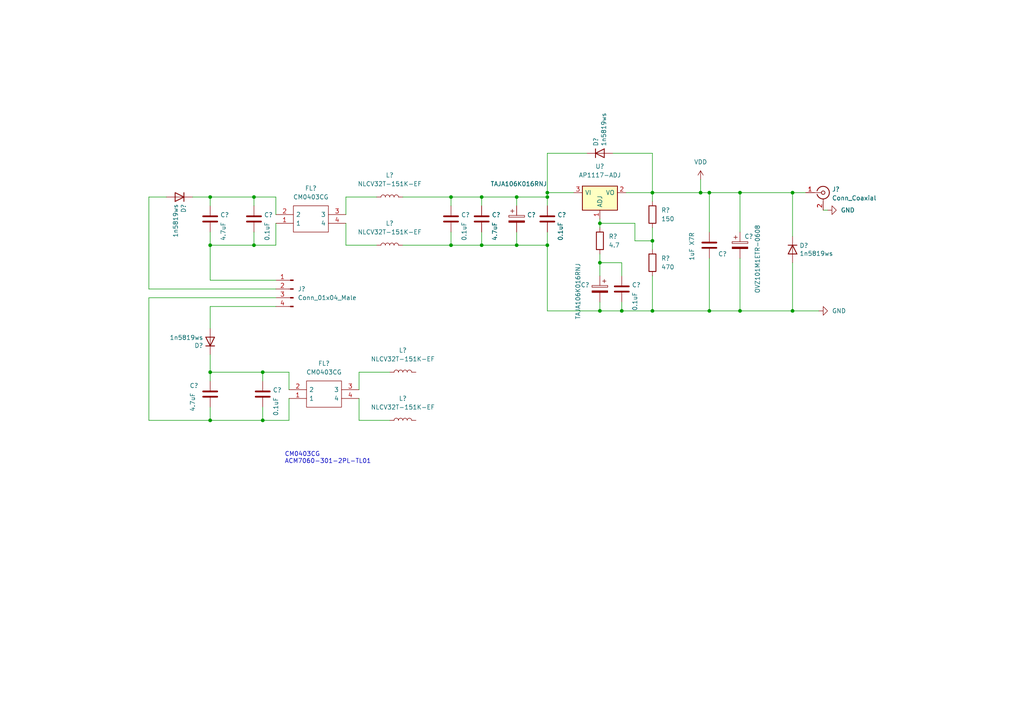
<source format=kicad_sch>
(kicad_sch (version 20211123) (generator eeschema)
  (paper "A4")
  (lib_symbols
    (symbol "Connector:Conn_01x04_Male" (pin_names (offset 1.016) hide)
      (property "Reference" "J" (at 0 5.08 0))
      (property "Value" "Conn_01x04_Male" (at 0 -7.62 0))
      (symbol "Conn_01x04_Male_1_1"
        (polyline (pts (xy 1.27 -5.08) (xy 0.8636 -5.08)) (stroke (width 0.1524)))
        (polyline (pts (xy 1.27 -2.54) (xy 0.8636 -2.54)) (stroke (width 0.1524)))
        (polyline (pts (xy 1.27 0) (xy 0.8636 0)) (stroke (width 0.1524)))
        (polyline (pts (xy 1.27 2.54) (xy 0.8636 2.54)) (stroke (width 0.1524)))
        (rectangle (start 0.8636 -4.953) (end 0 -5.207) (stroke (width 0.1524)) (fill (type outline)))
        (rectangle (start 0.8636 -2.413) (end 0 -2.667) (stroke (width 0.1524)) (fill (type outline)))
        (rectangle (start 0.8636 0.127) (end 0 -0.127) (stroke (width 0.1524)) (fill (type outline)))
        (rectangle (start 0.8636 2.667) (end 0 2.413) (stroke (width 0.1524)) (fill (type outline)))
        (pin passive line (at 5.08 2.54 180) (length 3.81) (name "Pin_1") (number "1"))
        (pin passive line (at 5.08 0 180) (length 3.81) (name "Pin_2") (number "2"))
        (pin passive line (at 5.08 -2.54 180) (length 3.81) (name "Pin_3") (number "3"))
        (pin passive line (at 5.08 -5.08 180) (length 3.81) (name "Pin_4") (number "4"))
      )
    )
    (symbol "Connector:Conn_Coaxial" (pin_names (offset 1.016) hide)
      (property "Reference" "J" (at 0.254 3.048 0))
      (property "Value" "Conn_Coaxial" (at 2.921 0 90))
      (symbol "Conn_Coaxial_0_1"
        (arc (start -1.778 -0.508) (mid 0.2311 -1.8066) (end 1.778 0) (stroke (width 0.254)))
        (polyline (pts (xy -2.54 0) (xy -0.508 0)))
        (polyline (pts (xy 0 -2.54) (xy 0 -1.778)))
        (circle (center 0 0) (radius 0.508) (stroke (width 0.2032)))
        (arc (start 1.778 0) (mid 0.2099 1.8101) (end -1.778 0.508) (stroke (width 0.254)))
      )
      (symbol "Conn_Coaxial_1_1"
        (pin passive line (at -5.08 0 0) (length 2.54) (name "In") (number "1"))
        (pin passive line (at 0 -5.08 90) (length 2.54) (name "Ext") (number "2"))
      )
    )
    (symbol "Device:C" (pin_numbers hide) (pin_names (offset 0.254))
      (property "Reference" "C" (at 0.635 2.54 0))
      (property "Value" "C" (at 0.635 -2.54 0))
      (symbol "C_0_1"
        (polyline (pts (xy -2.032 -0.762) (xy 2.032 -0.762)) (stroke (width 0.508)))
        (polyline (pts (xy -2.032 0.762) (xy 2.032 0.762)) (stroke (width 0.508)))
      )
      (symbol "C_1_1"
        (pin passive line (at 0 3.81 270) (length 2.794) (name "~") (number "1"))
        (pin passive line (at 0 -3.81 90) (length 2.794) (name "~") (number "2"))
      )
    )
    (symbol "Device:CP" (pin_numbers hide) (pin_names (offset 0.254))
      (property "Reference" "C" (at 0.635 2.54 0))
      (property "Value" "Device_CP" (at 0.635 -2.54 0))
      (symbol "CP_0_1"
        (rectangle (start -2.286 0.508) (end 2.286 1.016))
        (polyline (pts (xy -1.778 2.286) (xy -0.762 2.286)))
        (polyline (pts (xy -1.27 2.794) (xy -1.27 1.778)))
        (rectangle (start 2.286 -0.508) (end -2.286 -1.016) (fill (type outline)))
      )
      (symbol "CP_1_1"
        (pin passive line (at 0 3.81 270) (length 2.794) (name "~") (number "1"))
        (pin passive line (at 0 -3.81 90) (length 2.794) (name "~") (number "2"))
      )
    )
    (symbol "Device:D" (pin_numbers hide) (pin_names (offset 1.016) hide)
      (property "Reference" "D" (at 0 2.54 0))
      (property "Value" "D" (at 0 -2.54 0))
      (symbol "D_0_1"
        (polyline (pts (xy -1.27 1.27) (xy -1.27 -1.27)) (stroke (width 0.254)))
        (polyline (pts (xy 1.27 0) (xy -1.27 0)))
        (polyline (pts (xy 1.27 1.27) (xy 1.27 -1.27) (xy -1.27 0) (xy 1.27 1.27)) (stroke (width 0.254)))
      )
      (symbol "D_1_1"
        (pin passive line (at -3.81 0 0) (length 2.54) (name "K") (number "1"))
        (pin passive line (at 3.81 0 180) (length 2.54) (name "A") (number "2"))
      )
    )
    (symbol "Device:L" (pin_numbers hide) (pin_names (offset 1.016) hide)
      (property "Reference" "L" (at -1.27 0 90))
      (property "Value" "L" (at 1.905 0 90))
      (symbol "L_0_1"
        (arc (start 0 -2.54) (mid 0.635 -1.905) (end 0 -1.27))
        (arc (start 0 -1.27) (mid 0.635 -0.635) (end 0 0))
        (arc (start 0 0) (mid 0.635 0.635) (end 0 1.27))
        (arc (start 0 1.27) (mid 0.635 1.905) (end 0 2.54))
      )
      (symbol "L_1_1"
        (pin passive line (at 0 3.81 270) (length 1.27) (name "1") (number "1"))
        (pin passive line (at 0 -3.81 90) (length 1.27) (name "2") (number "2"))
      )
    )
    (symbol "Device:R" (pin_numbers hide) (pin_names (offset 0))
      (property "Reference" "R" (at 2.032 0 90))
      (property "Value" "R" (at 0 0 90))
      (symbol "R_0_1"
        (rectangle (start -1.016 -2.54) (end 1.016 2.54) (stroke (width 0.254)))
      )
      (symbol "R_1_1"
        (pin passive line (at 0 3.81 270) (length 1.27) (name "~") (number "1"))
        (pin passive line (at 0 -3.81 90) (length 1.27) (name "~") (number "2"))
      )
    )
    (symbol "Regulator_Linear:AP1117-ADJ" (pin_names (offset 0.762))
      (property "Reference" "U" (at -3.81 3.175 0))
      (property "Value" "AP1117-ADJ" (at 0 3.175 0))
      (symbol "AP1117-ADJ_0_1"
        (rectangle (start -5.08 -5.08) (end 5.08 1.905) (stroke (width 0.254)) (fill (type background)))
      )
      (symbol "AP1117-ADJ_1_1"
        (pin input line (at 0 -7.62 90) (length 2.54) (name "ADJ") (number "1"))
        (pin power_out line (at 7.62 0 180) (length 2.54) (name "VO") (number "2"))
        (pin power_in line (at -7.62 0 0) (length 2.54) (name "VI") (number "3"))
      )
    )
    (symbol "SamacSys_Parts:ACM7060-301-2PL-TL01" (pin_names (offset 0.762))
      (property "Reference" "FL" (at 16.51 7.62 0))
      (property "Value" "ACM7060-301-2PL-TL01" (at 16.51 5.08 0))
      (symbol "ACM7060-301-2PL-TL01_0_0"
        (pin passive line (at 0 0 0) (length 5.08) (name "1") (number "1"))
        (pin passive line (at 0 -2.54 0) (length 5.08) (name "2") (number "2"))
        (pin passive line (at 20.32 -2.54 180) (length 5.08) (name "3") (number "3"))
        (pin passive line (at 20.32 0 180) (length 5.08) (name "4") (number "4"))
      )
      (symbol "ACM7060-301-2PL-TL01_0_1"
        (polyline (pts (xy 5.08 2.54) (xy 15.24 2.54) (xy 15.24 -5.08) (xy 5.08 -5.08) (xy 5.08 2.54)) (stroke (width 0.1524)))
      )
    )
    (symbol "power:GND" (power) (pin_names (offset 0))
      (property "Value" "GND" (at 0 -3.81 0))
      (symbol "GND_0_1"
        (polyline (pts (xy 0 0) (xy 0 -1.27) (xy 1.27 -1.27) (xy 0 -2.54) (xy -1.27 -1.27) (xy 0 -1.27)))
      )
      (symbol "GND_1_1"
        (pin power_in line (at 0 0 270) (length 0) hide (name "GND") (number "1"))
      )
    )
    (symbol "power:VDD" (power) (pin_names (offset 0))
      (property "Value" "VDD" (at 0 3.81 0))
      (symbol "VDD_0_1"
        (polyline (pts (xy -0.762 1.27) (xy 0 2.54)))
        (polyline (pts (xy 0 0) (xy 0 2.54)))
        (polyline (pts (xy 0 2.54) (xy 0.762 1.27)))
      )
      (symbol "VDD_1_1"
        (pin power_in line (at 0 0 90) (length 0) hide (name "VDD") (number "1"))
      )
    )
  )
  (junction (at 158.75 71.12))
  (junction (at 60.96 121.92))
  (junction (at 180.34 90.17))
  (junction (at 189.23 55.88))
  (junction (at 60.96 57.15))
  (junction (at 73.66 71.12))
  (junction (at 229.87 90.17))
  (junction (at 158.75 55.88))
  (junction (at 60.96 71.12))
  (junction (at 214.63 90.17))
  (junction (at 205.74 90.17))
  (junction (at 173.99 76.2))
  (junction (at 229.87 55.88))
  (junction (at 130.81 57.15))
  (junction (at 173.99 90.17))
  (junction (at 130.81 71.12))
  (junction (at 173.99 64.77))
  (junction (at 73.66 57.15))
  (junction (at 189.23 90.17))
  (junction (at 60.96 107.95))
  (junction (at 158.75 57.15))
  (junction (at 205.74 55.88))
  (junction (at 189.23 69.85))
  (junction (at 149.86 71.12))
  (junction (at 214.63 55.88))
  (junction (at 203.2 55.88))
  (junction (at 139.7 57.15))
  (junction (at 139.7 71.12))
  (junction (at 149.86 57.15))
  (junction (at 76.2 107.95))
  (junction (at 76.2 121.92))
  (wire (pts (xy 80.01 64.77) (xy 80.01 71.12)))
  (wire (pts (xy 180.34 76.2) (xy 173.99 76.2)))
  (wire (pts (xy 60.96 107.95) (xy 76.2 107.95)))
  (wire (pts (xy 203.2 55.88) (xy 205.74 55.88)))
  (wire (pts (xy 184.15 64.77) (xy 184.15 69.85)))
  (wire (pts (xy 214.63 90.17) (xy 229.87 90.17)))
  (wire (pts (xy 237.49 90.17) (xy 229.87 90.17)))
  (wire (pts (xy 233.68 55.88) (xy 229.87 55.88)))
  (wire (pts (xy 177.8 44.45) (xy 189.23 44.45)))
  (wire (pts (xy 229.87 55.88) (xy 229.87 68.58)))
  (wire (pts (xy 104.14 121.92) (xy 113.03 121.92)))
  (wire (pts (xy 60.96 81.28) (xy 80.01 81.28)))
  (wire (pts (xy 189.23 44.45) (xy 189.23 55.88)))
  (wire (pts (xy 173.99 87.63) (xy 173.99 90.17)))
  (wire (pts (xy 60.96 57.15) (xy 73.66 57.15)))
  (wire (pts (xy 214.63 74.93) (xy 214.63 90.17)))
  (wire (pts (xy 180.34 80.01) (xy 180.34 76.2)))
  (wire (pts (xy 116.84 57.15) (xy 130.81 57.15)))
  (wire (pts (xy 189.23 69.85) (xy 189.23 66.04)))
  (wire (pts (xy 60.96 88.9) (xy 60.96 95.25)))
  (wire (pts (xy 130.81 57.15) (xy 139.7 57.15)))
  (wire (pts (xy 205.74 90.17) (xy 189.23 90.17)))
  (wire (pts (xy 158.75 90.17) (xy 173.99 90.17)))
  (wire (pts (xy 158.75 67.31) (xy 158.75 71.12)))
  (wire (pts (xy 80.01 57.15) (xy 80.01 62.23)))
  (wire (pts (xy 60.96 88.9) (xy 80.01 88.9)))
  (wire (pts (xy 158.75 55.88) (xy 166.37 55.88)))
  (wire (pts (xy 73.66 59.69) (xy 73.66 57.15)))
  (wire (pts (xy 184.15 69.85) (xy 189.23 69.85)))
  (wire (pts (xy 130.81 71.12) (xy 139.7 71.12)))
  (wire (pts (xy 104.14 107.95) (xy 113.03 107.95)))
  (wire (pts (xy 189.23 80.01) (xy 189.23 90.17)))
  (wire (pts (xy 139.7 71.12) (xy 149.86 71.12)))
  (wire (pts (xy 76.2 107.95) (xy 83.82 107.95)))
  (wire (pts (xy 43.18 86.36) (xy 80.01 86.36)))
  (wire (pts (xy 189.23 55.88) (xy 203.2 55.88)))
  (wire (pts (xy 130.81 67.31) (xy 130.81 71.12)))
  (wire (pts (xy 149.86 67.31) (xy 149.86 71.12)))
  (wire (pts (xy 149.86 59.69) (xy 149.86 57.15)))
  (wire (pts (xy 43.18 86.36) (xy 43.18 121.92)))
  (wire (pts (xy 43.18 83.82) (xy 80.01 83.82)))
  (wire (pts (xy 76.2 110.49) (xy 76.2 107.95)))
  (wire (pts (xy 116.84 71.12) (xy 130.81 71.12)))
  (wire (pts (xy 60.96 118.11) (xy 60.96 121.92)))
  (wire (pts (xy 60.96 57.15) (xy 60.96 59.69)))
  (wire (pts (xy 139.7 59.69) (xy 139.7 57.15)))
  (wire (pts (xy 149.86 71.12) (xy 158.75 71.12)))
  (wire (pts (xy 229.87 76.2) (xy 229.87 90.17)))
  (wire (pts (xy 104.14 113.03) (xy 104.14 107.95)))
  (wire (pts (xy 181.61 55.88) (xy 189.23 55.88)))
  (wire (pts (xy 203.2 52.07) (xy 203.2 55.88)))
  (wire (pts (xy 60.96 67.31) (xy 60.96 71.12)))
  (wire (pts (xy 73.66 71.12) (xy 80.01 71.12)))
  (wire (pts (xy 100.33 57.15) (xy 109.22 57.15)))
  (wire (pts (xy 189.23 58.42) (xy 189.23 55.88)))
  (wire (pts (xy 205.74 74.93) (xy 205.74 90.17)))
  (wire (pts (xy 43.18 121.92) (xy 60.96 121.92)))
  (wire (pts (xy 173.99 73.66) (xy 173.99 76.2)))
  (wire (pts (xy 158.75 71.12) (xy 158.75 90.17)))
  (wire (pts (xy 214.63 55.88) (xy 229.87 55.88)))
  (wire (pts (xy 73.66 67.31) (xy 73.66 71.12)))
  (wire (pts (xy 173.99 63.5) (xy 173.99 64.77)))
  (wire (pts (xy 173.99 64.77) (xy 184.15 64.77)))
  (wire (pts (xy 214.63 67.31) (xy 214.63 55.88)))
  (wire (pts (xy 205.74 67.31) (xy 205.74 55.88)))
  (wire (pts (xy 83.82 113.03) (xy 83.82 107.95)))
  (wire (pts (xy 130.81 57.15) (xy 130.81 59.69)))
  (wire (pts (xy 139.7 57.15) (xy 149.86 57.15)))
  (wire (pts (xy 60.96 71.12) (xy 60.96 81.28)))
  (wire (pts (xy 173.99 64.77) (xy 173.99 66.04)))
  (wire (pts (xy 73.66 57.15) (xy 80.01 57.15)))
  (wire (pts (xy 205.74 55.88) (xy 214.63 55.88)))
  (wire (pts (xy 76.2 118.11) (xy 76.2 121.92)))
  (wire (pts (xy 173.99 90.17) (xy 180.34 90.17)))
  (wire (pts (xy 205.74 90.17) (xy 214.63 90.17)))
  (wire (pts (xy 60.96 107.95) (xy 60.96 110.49)))
  (wire (pts (xy 76.2 121.92) (xy 83.82 121.92)))
  (wire (pts (xy 189.23 90.17) (xy 180.34 90.17)))
  (wire (pts (xy 240.03 60.96) (xy 238.76 60.96)))
  (wire (pts (xy 158.75 55.88) (xy 158.75 57.15)))
  (wire (pts (xy 60.96 121.92) (xy 76.2 121.92)))
  (wire (pts (xy 170.18 44.45) (xy 158.75 44.45)))
  (wire (pts (xy 180.34 87.63) (xy 180.34 90.17)))
  (wire (pts (xy 100.33 64.77) (xy 100.33 71.12)))
  (wire (pts (xy 55.88 57.15) (xy 60.96 57.15)))
  (wire (pts (xy 43.18 57.15) (xy 43.18 83.82)))
  (wire (pts (xy 158.75 44.45) (xy 158.75 55.88)))
  (wire (pts (xy 100.33 62.23) (xy 100.33 57.15)))
  (wire (pts (xy 100.33 71.12) (xy 109.22 71.12)))
  (wire (pts (xy 139.7 67.31) (xy 139.7 71.12)))
  (wire (pts (xy 43.18 57.15) (xy 48.26 57.15)))
  (wire (pts (xy 60.96 102.87) (xy 60.96 107.95)))
  (wire (pts (xy 149.86 57.15) (xy 158.75 57.15)))
  (wire (pts (xy 173.99 76.2) (xy 173.99 80.01)))
  (wire (pts (xy 158.75 59.69) (xy 158.75 57.15)))
  (wire (pts (xy 83.82 115.57) (xy 83.82 121.92)))
  (wire (pts (xy 60.96 71.12) (xy 73.66 71.12)))
  (wire (pts (xy 104.14 115.57) (xy 104.14 121.92)))
  (wire (pts (xy 189.23 69.85) (xy 189.23 72.39)))
  (text "CM0403CG\nACM7060-301-2PL-TL01\n" (at 82.55 134.62 0) (effects (font (size 1.27 1.27)) (justify left bottom)))
  (symbol (lib_id "Device:C") (at 73.66 63.5 0) (unit 1)
    (property "Reference" "C?" (at 76.581 62.3316 0) (effects (justify left)))
    (property "Value" "0.1uF" (at 77.47 69.85 90) (effects (justify left)))
    (property "Footprint" "Capacitor_SMD:C_0805_2012Metric_Pad1.18x1.45mm_HandSolder" (effects hide))
  )
  (symbol (lib_id "Device:C") (at 130.81 63.5 0) (unit 1)
    (property "Reference" "C?" (at 133.731 62.3316 0) (effects (justify left)))
    (property "Value" "0.1uF" (at 134.62 69.85 90) (effects (justify left)))
    (property "Footprint" "Capacitor_SMD:C_0805_2012Metric_Pad1.18x1.45mm_HandSolder" (effects hide))
  )
  (symbol (lib_id "Regulator_Linear:AP1117-ADJ") (at 173.99 55.88 0) (unit 1)
    (property "Reference" "U?" (at 173.99 48.26 0))
    (property "Value" "AP1117-ADJ" (at 173.99 50.8 0))
    (property "Footprint" "Package_TO_SOT_SMD:SOT-223-3_TabPin2" (effects hide))
    (property "Datasheet" "http://www.diodes.com/datasheets/AP1117.pdf" (effects hide))
  )
  (symbol (lib_id "Device:L") (at 116.84 107.95 90) (unit 1)
    (property "Reference" "L?" (at 116.84 101.6 90))
    (property "Value" "NLCV32T-151K-EF" (at 116.84 104.14 90))
    (property "Footprint" "Inductor_SMD:L_1210_3225Metric" (effects hide))
  )
  (symbol (lib_id "Device:D") (at 173.99 44.45 0) (unit 1)
    (property "Reference" "D?" (at 172.8216 42.4434 90) (effects (justify left)))
    (property "Value" "1n5819ws" (at 175.133 42.4434 90) (effects (justify left)))
    (property "Footprint" "Diode_SMD:D_SOD-323_HandSoldering" (effects hide))
  )
  (symbol (lib_id "SamacSys_Parts:ACM7060-301-2PL-TL01") (at 83.82 115.57 0) (mirror x) (unit 1)
    (property "Reference" "FL?" (at 93.98 105.41 0))
    (property "Value" "CM0403CG" (at 93.98 107.95 0))
    (property "Footprint" "ACM70603012PLTL01" (effects hide))
    (property "Datasheet" "https://product.tdk.com/system/files/dam/doc/product/emc/emc/cmf_cmc/catalog/cmf_commercial_power_acm7060_en.pdf" (effects hide))
    (property "Description" "Common Mode Filters / Chokes, |Z|=300 at 100MHz, L x W x T :" (effects hide))
    (property "Height" "3.5" (effects hide))
    (property "Mouser Part Number" "810-ACM7063012PLTL01" (effects hide))
    (property "Mouser Price/Stock" "https://www.mouser.co.uk/ProductDetail/TDK/ACM7060-301-2PL-TL01?qs=XtcaLsi12kuLPtyDTh4ZWA%3D%3D" (effects hide))
    (property "Manufacturer_Name" "TDK" (effects hide))
    (property "Manufacturer_Part_Number" "ACM7060-301-2PL-TL01" (effects hide))
  )
  (symbol (lib_id "Device:R") (at 189.23 62.23 180) (unit 1)
    (property "Reference" "R?" (at 191.77 60.9599 0) (effects (justify right)))
    (property "Value" "150" (at 191.77 63.4999 0) (effects (justify right)))
    (property "Footprint" "Resistor_SMD:R_0805_2012Metric" (effects hide))
  )
  (symbol (lib_id "Device:L") (at 113.03 57.15 90) (unit 1)
    (property "Reference" "L?" (at 113.03 50.8 90))
    (property "Value" "NLCV32T-151K-EF" (at 113.03 53.34 90))
    (property "Footprint" "Inductor_SMD:L_1210_3225Metric" (effects hide))
  )
  (symbol (lib_id "Device:L") (at 113.03 71.12 90) (unit 1)
    (property "Reference" "L?" (at 113.03 64.77 90))
    (property "Value" "NLCV32T-151K-EF" (at 113.03 67.31 90))
    (property "Footprint" "Inductor_SMD:L_1210_3225Metric" (effects hide))
  )
  (symbol (lib_id "Device:C") (at 139.7 63.5 0) (unit 1)
    (property "Reference" "C?" (at 142.621 62.3316 0) (effects (justify left)))
    (property "Value" "4.7uF" (at 143.51 69.85 90) (effects (justify left)))
    (property "Footprint" "Capacitor_SMD:C_1206_3216Metric_Pad1.33x1.80mm_HandSolder" (effects hide))
  )
  (symbol (lib_id "SamacSys_Parts:ACM7060-301-2PL-TL01") (at 80.01 64.77 0) (mirror x) (unit 1)
    (property "Reference" "FL?" (at 90.17 54.61 0))
    (property "Value" "CM0403CG" (at 90.17 57.15 0))
    (property "Footprint" "ACM70603012PLTL01" (effects hide))
    (property "Datasheet" "https://product.tdk.com/system/files/dam/doc/product/emc/emc/cmf_cmc/catalog/cmf_commercial_power_acm7060_en.pdf" (effects hide))
    (property "Description" "Common Mode Filters / Chokes, |Z|=300 at 100MHz, L x W x T :" (effects hide))
    (property "Height" "3.5" (effects hide))
    (property "Mouser Part Number" "810-ACM7063012PLTL01" (effects hide))
    (property "Mouser Price/Stock" "https://www.mouser.co.uk/ProductDetail/TDK/ACM7060-301-2PL-TL01?qs=XtcaLsi12kuLPtyDTh4ZWA%3D%3D" (effects hide))
    (property "Manufacturer_Name" "TDK" (effects hide))
    (property "Manufacturer_Part_Number" "ACM7060-301-2PL-TL01" (effects hide))
  )
  (symbol (lib_id "Device:D") (at 60.96 99.06 90) (unit 1)
    (property "Reference" "D?" (at 58.9534 100.2284 90) (effects (justify left)))
    (property "Value" "1n5819ws" (at 58.9534 97.917 90) (effects (justify left)))
    (property "Footprint" "Diode_SMD:D_SOD-323_HandSoldering" (effects hide))
  )
  (symbol (lib_id "Device:D") (at 52.07 57.15 180) (unit 1)
    (property "Reference" "D?" (at 53.2384 59.1566 90) (effects (justify left)))
    (property "Value" "1n5819ws" (at 50.927 59.1566 90) (effects (justify left)))
    (property "Footprint" "Diode_SMD:D_SOD-323_HandSoldering" (effects hide))
  )
  (symbol (lib_id "Device:CP") (at 214.63 71.12 0) (unit 1)
    (property "Reference" "C?" (at 215.9 68.58 0) (effects (justify left)))
    (property "Value" "OVZ101M1ETR-0608" (at 219.71 85.09 90) (effects (justify left)))
    (property "Footprint" "Capacitor_SMD:CP_Elec_6.3x5.9" (effects hide))
  )
  (symbol (lib_id "Device:C") (at 180.34 83.82 0) (unit 1)
    (property "Reference" "C?" (at 183.261 82.6516 0) (effects (justify left)))
    (property "Value" "0.1uF" (at 184.15 90.17 90) (effects (justify left)))
    (property "Footprint" "Capacitor_SMD:C_0805_2012Metric_Pad1.18x1.45mm_HandSolder" (effects hide))
  )
  (symbol (lib_id "Device:C") (at 76.2 114.3 0) (unit 1)
    (property "Reference" "C?" (at 79.121 113.1316 0) (effects (justify left)))
    (property "Value" "0.1uF" (at 80.01 120.65 90) (effects (justify left)))
    (property "Footprint" "Capacitor_SMD:C_0805_2012Metric_Pad1.18x1.45mm_HandSolder" (effects hide))
  )
  (symbol (lib_id "Device:C") (at 158.75 63.5 0) (unit 1)
    (property "Reference" "C?" (at 161.671 62.3316 0) (effects (justify left)))
    (property "Value" "0.1uF" (at 162.56 69.85 90) (effects (justify left)))
    (property "Footprint" "Capacitor_SMD:C_0805_2012Metric_Pad1.18x1.45mm_HandSolder" (effects hide))
  )
  (symbol (lib_id "Device:D") (at 229.87 72.39 270) (unit 1)
    (property "Reference" "D?" (at 231.8766 71.2216 90) (effects (justify left)))
    (property "Value" "1n5819ws" (at 231.8766 73.533 90) (effects (justify left)))
    (property "Footprint" "Diode_SMD:D_SOD-323_HandSoldering" (effects hide))
  )
  (symbol (lib_id "power:GND") (at 240.03 60.96 90) (unit 1)
    (property "Reference" "#PWR?" (effects hide))
    (property "Value" "GND" (at 243.84 60.9599 90) (effects (justify right)))
  )
  (symbol (lib_id "Device:C") (at 60.96 63.5 0) (unit 1)
    (property "Reference" "C?" (at 63.881 62.3316 0) (effects (justify left)))
    (property "Value" "4.7uF" (at 64.77 69.85 90) (effects (justify left)))
    (property "Footprint" "Capacitor_SMD:C_1206_3216Metric_Pad1.33x1.80mm_HandSolder" (effects hide))
  )
  (symbol (lib_id "Device:C") (at 205.74 71.12 0) (mirror x) (unit 1)
    (property "Reference" "C?" (at 208.28 73.66 0) (effects (justify left)))
    (property "Value" "1uF X7R" (at 200.66 67.31 90) (effects (justify left)))
    (property "Footprint" "Capacitor_SMD:C_1206_3216Metric_Pad1.33x1.80mm_HandSolder" (effects hide))
  )
  (symbol (lib_id "Device:C") (at 60.96 114.3 0) (unit 1)
    (property "Reference" "C?" (at 54.991 111.8616 0) (effects (justify left)))
    (property "Value" "4.7uF" (at 55.88 119.38 90) (effects (justify left)))
    (property "Footprint" "Capacitor_SMD:C_1206_3216Metric_Pad1.33x1.80mm_HandSolder" (effects hide))
  )
  (symbol (lib_id "Device:CP") (at 149.86 63.5 0) (unit 1)
    (property "Reference" "C?" (at 152.8572 62.3316 0) (effects (justify left)))
    (property "Value" "TAJA106K016RNJ" (at 142.24 53.34 0) (effects (justify left)))
    (property "Footprint" "Capacitor_Tantalum_SMD:CP_EIA-3528-12_Kemet-T" (effects hide))
  )
  (symbol (lib_id "Device:R") (at 189.23 76.2 180) (unit 1)
    (property "Reference" "R?" (at 191.77 74.9299 0) (effects (justify right)))
    (property "Value" "470" (at 191.77 77.4699 0) (effects (justify right)))
    (property "Footprint" "Resistor_SMD:R_0805_2012Metric" (effects hide))
  )
  (symbol (lib_id "power:GND") (at 237.49 90.17 90) (unit 1)
    (property "Reference" "#PWR?" (effects hide))
    (property "Value" "GND" (at 241.3 90.1699 90) (effects (justify right)))
  )
  (symbol (lib_id "Device:L") (at 116.84 121.92 90) (unit 1)
    (property "Reference" "L?" (at 116.84 115.57 90))
    (property "Value" "NLCV32T-151K-EF" (at 116.84 118.11 90))
    (property "Footprint" "Inductor_SMD:L_1210_3225Metric" (effects hide))
  )
  (symbol (lib_id "power:VDD") (at 203.2 52.07 0) (unit 1)
    (property "Reference" "#PWR?" (effects hide))
    (property "Value" "VDD" (at 203.2 46.99 0))
  )
  (symbol (lib_id "Connector:Conn_01x04_Male") (at 85.09 83.82 0) (mirror y) (unit 1)
    (property "Reference" "J?" (at 86.36 83.8199 0) (effects (justify right)))
    (property "Value" "Conn_01x04_Male" (at 86.36 86.3599 0) (effects (justify right)))
    (property "Footprint" "Connector_JST:JST_XH_B4B-XH-AM_1x04_P2.50mm_Vertical" (effects hide))
  )
  (symbol (lib_id "Device:CP") (at 173.99 83.82 0) (mirror y) (unit 1)
    (property "Reference" "C?" (at 170.9928 82.6516 0) (effects (justify left)))
    (property "Value" "TAJA106K016RNJ" (at 167.64 92.71 90) (effects (justify left)))
    (property "Footprint" "Capacitor_Tantalum_SMD:CP_EIA-3528-12_Kemet-T" (effects hide))
  )
  (symbol (lib_id "Device:R") (at 173.99 69.85 180) (unit 1)
    (property "Reference" "R?" (at 176.53 68.5799 0) (effects (justify right)))
    (property "Value" "4.7" (at 176.53 71.1199 0) (effects (justify right)))
    (property "Footprint" "Resistor_SMD:R_0805_2012Metric" (effects hide))
  )
  (symbol (lib_id "Connector:Conn_Coaxial") (at 238.76 55.88 0) (unit 1)
    (property "Reference" "J?" (at 241.3 54.9031 0) (effects (justify left)))
    (property "Value" "Conn_Coaxial" (at 241.3 57.4431 0) (effects (justify left)))
    (property "Footprint" "Connector_Coaxial:U.FL_Hirose_U.FL-R-SMT-1_Vertical" (effects hide))
    (property "Datasheet" " ~" (effects hide))
  )
)
</source>
